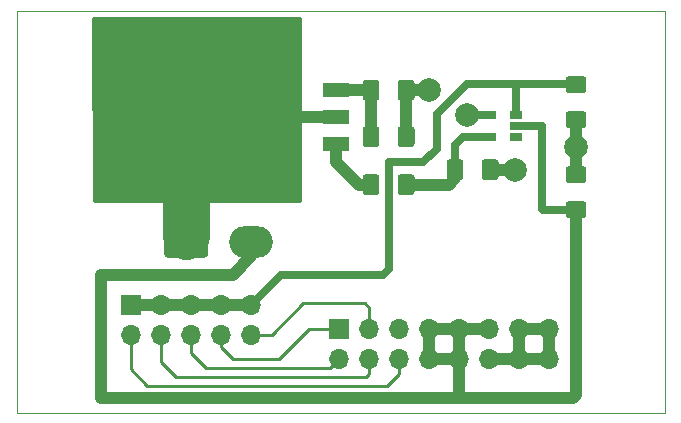
<source format=gbr>
G04 #@! TF.GenerationSoftware,KiCad,Pcbnew,5.1.6-c6e7f7d~86~ubuntu18.04.1*
G04 #@! TF.CreationDate,2020-06-27T17:21:00+01:00*
G04 #@! TF.ProjectId,UV_LED_Driver,55565f4c-4544-45f4-9472-697665722e6b,rev?*
G04 #@! TF.SameCoordinates,Original*
G04 #@! TF.FileFunction,Copper,L1,Top*
G04 #@! TF.FilePolarity,Positive*
%FSLAX46Y46*%
G04 Gerber Fmt 4.6, Leading zero omitted, Abs format (unit mm)*
G04 Created by KiCad (PCBNEW 5.1.6-c6e7f7d~86~ubuntu18.04.1) date 2020-06-27 17:21:00*
%MOMM*%
%LPD*%
G01*
G04 APERTURE LIST*
G04 #@! TA.AperFunction,Profile*
%ADD10C,0.050000*%
G04 #@! TD*
G04 #@! TA.AperFunction,ComponentPad*
%ADD11O,3.700000X2.700000*%
G04 #@! TD*
G04 #@! TA.AperFunction,SMDPad,CuDef*
%ADD12R,1.060000X0.650000*%
G04 #@! TD*
G04 #@! TA.AperFunction,SMDPad,CuDef*
%ADD13R,6.400000X5.800000*%
G04 #@! TD*
G04 #@! TA.AperFunction,SMDPad,CuDef*
%ADD14R,2.200000X1.200000*%
G04 #@! TD*
G04 #@! TA.AperFunction,ComponentPad*
%ADD15O,1.700000X1.700000*%
G04 #@! TD*
G04 #@! TA.AperFunction,ComponentPad*
%ADD16R,1.700000X1.700000*%
G04 #@! TD*
G04 #@! TA.AperFunction,ViaPad*
%ADD17C,0.800000*%
G04 #@! TD*
G04 #@! TA.AperFunction,ViaPad*
%ADD18C,2.000000*%
G04 #@! TD*
G04 #@! TA.AperFunction,Conductor*
%ADD19C,1.000000*%
G04 #@! TD*
G04 #@! TA.AperFunction,Conductor*
%ADD20C,4.000000*%
G04 #@! TD*
G04 #@! TA.AperFunction,Conductor*
%ADD21C,0.650000*%
G04 #@! TD*
G04 #@! TA.AperFunction,Conductor*
%ADD22C,0.250000*%
G04 #@! TD*
G04 #@! TA.AperFunction,Conductor*
%ADD23C,0.254000*%
G04 #@! TD*
G04 APERTURE END LIST*
D10*
X203200000Y-58420000D02*
X203200000Y-92456000D01*
X148336000Y-58420000D02*
X203200000Y-58420000D01*
X148336000Y-92456000D02*
X148336000Y-58420000D01*
X203200000Y-92456000D02*
X148336000Y-92456000D01*
D11*
X168212400Y-77978000D03*
G04 #@! TA.AperFunction,ComponentPad*
G36*
G01*
X161112401Y-76628000D02*
X164312399Y-76628000D01*
G75*
G02*
X164562400Y-76878001I0J-250001D01*
G01*
X164562400Y-79077999D01*
G75*
G02*
X164312399Y-79328000I-250001J0D01*
G01*
X161112401Y-79328000D01*
G75*
G02*
X160862400Y-79077999I0J250001D01*
G01*
X160862400Y-76878001D01*
G75*
G02*
X161112401Y-76628000I250001J0D01*
G01*
G37*
G04 #@! TD.AperFunction*
D12*
X188384000Y-69149000D03*
X188384000Y-67249000D03*
X190584000Y-67249000D03*
X190584000Y-68199000D03*
X190584000Y-69149000D03*
G04 #@! TA.AperFunction,SMDPad,CuDef*
G36*
G01*
X180607000Y-69713000D02*
X180607000Y-68463000D01*
G75*
G02*
X180857000Y-68213000I250000J0D01*
G01*
X181782000Y-68213000D01*
G75*
G02*
X182032000Y-68463000I0J-250000D01*
G01*
X182032000Y-69713000D01*
G75*
G02*
X181782000Y-69963000I-250000J0D01*
G01*
X180857000Y-69963000D01*
G75*
G02*
X180607000Y-69713000I0J250000D01*
G01*
G37*
G04 #@! TD.AperFunction*
G04 #@! TA.AperFunction,SMDPad,CuDef*
G36*
G01*
X177632000Y-69713000D02*
X177632000Y-68463000D01*
G75*
G02*
X177882000Y-68213000I250000J0D01*
G01*
X178807000Y-68213000D01*
G75*
G02*
X179057000Y-68463000I0J-250000D01*
G01*
X179057000Y-69713000D01*
G75*
G02*
X178807000Y-69963000I-250000J0D01*
G01*
X177882000Y-69963000D01*
G75*
G02*
X177632000Y-69713000I0J250000D01*
G01*
G37*
G04 #@! TD.AperFunction*
G04 #@! TA.AperFunction,SMDPad,CuDef*
G36*
G01*
X180607000Y-65776000D02*
X180607000Y-64526000D01*
G75*
G02*
X180857000Y-64276000I250000J0D01*
G01*
X181782000Y-64276000D01*
G75*
G02*
X182032000Y-64526000I0J-250000D01*
G01*
X182032000Y-65776000D01*
G75*
G02*
X181782000Y-66026000I-250000J0D01*
G01*
X180857000Y-66026000D01*
G75*
G02*
X180607000Y-65776000I0J250000D01*
G01*
G37*
G04 #@! TD.AperFunction*
G04 #@! TA.AperFunction,SMDPad,CuDef*
G36*
G01*
X177632000Y-65776000D02*
X177632000Y-64526000D01*
G75*
G02*
X177882000Y-64276000I250000J0D01*
G01*
X178807000Y-64276000D01*
G75*
G02*
X179057000Y-64526000I0J-250000D01*
G01*
X179057000Y-65776000D01*
G75*
G02*
X178807000Y-66026000I-250000J0D01*
G01*
X177882000Y-66026000D01*
G75*
G02*
X177632000Y-65776000I0J250000D01*
G01*
G37*
G04 #@! TD.AperFunction*
G04 #@! TA.AperFunction,SMDPad,CuDef*
G36*
G01*
X180607000Y-73777000D02*
X180607000Y-72527000D01*
G75*
G02*
X180857000Y-72277000I250000J0D01*
G01*
X181782000Y-72277000D01*
G75*
G02*
X182032000Y-72527000I0J-250000D01*
G01*
X182032000Y-73777000D01*
G75*
G02*
X181782000Y-74027000I-250000J0D01*
G01*
X180857000Y-74027000D01*
G75*
G02*
X180607000Y-73777000I0J250000D01*
G01*
G37*
G04 #@! TD.AperFunction*
G04 #@! TA.AperFunction,SMDPad,CuDef*
G36*
G01*
X177632000Y-73777000D02*
X177632000Y-72527000D01*
G75*
G02*
X177882000Y-72277000I250000J0D01*
G01*
X178807000Y-72277000D01*
G75*
G02*
X179057000Y-72527000I0J-250000D01*
G01*
X179057000Y-73777000D01*
G75*
G02*
X178807000Y-74027000I-250000J0D01*
G01*
X177882000Y-74027000D01*
G75*
G02*
X177632000Y-73777000I0J250000D01*
G01*
G37*
G04 #@! TD.AperFunction*
D13*
X169096000Y-67437000D03*
D14*
X175396000Y-65157000D03*
X175396000Y-67437000D03*
X175396000Y-69717000D03*
D15*
X168148000Y-85852000D03*
X168148000Y-83312000D03*
X165608000Y-85852000D03*
X165608000Y-83312000D03*
X163068000Y-85852000D03*
X163068000Y-83312000D03*
X160528000Y-85852000D03*
X160528000Y-83312000D03*
X157988000Y-85852000D03*
D16*
X157988000Y-83312000D03*
D15*
X193421000Y-87884000D03*
X193421000Y-85344000D03*
X190881000Y-87884000D03*
X190881000Y-85344000D03*
X188341000Y-87884000D03*
X188341000Y-85344000D03*
X185801000Y-87884000D03*
X185801000Y-85344000D03*
X183261000Y-87884000D03*
X183261000Y-85344000D03*
X180721000Y-87884000D03*
X180721000Y-85344000D03*
X178181000Y-87884000D03*
X178181000Y-85344000D03*
X175641000Y-87884000D03*
D16*
X175641000Y-85344000D03*
G04 #@! TA.AperFunction,SMDPad,CuDef*
G36*
G01*
X187719000Y-72507000D02*
X187719000Y-71257000D01*
G75*
G02*
X187969000Y-71007000I250000J0D01*
G01*
X188894000Y-71007000D01*
G75*
G02*
X189144000Y-71257000I0J-250000D01*
G01*
X189144000Y-72507000D01*
G75*
G02*
X188894000Y-72757000I-250000J0D01*
G01*
X187969000Y-72757000D01*
G75*
G02*
X187719000Y-72507000I0J250000D01*
G01*
G37*
G04 #@! TD.AperFunction*
G04 #@! TA.AperFunction,SMDPad,CuDef*
G36*
G01*
X184744000Y-72507000D02*
X184744000Y-71257000D01*
G75*
G02*
X184994000Y-71007000I250000J0D01*
G01*
X185919000Y-71007000D01*
G75*
G02*
X186169000Y-71257000I0J-250000D01*
G01*
X186169000Y-72507000D01*
G75*
G02*
X185919000Y-72757000I-250000J0D01*
G01*
X184994000Y-72757000D01*
G75*
G02*
X184744000Y-72507000I0J250000D01*
G01*
G37*
G04 #@! TD.AperFunction*
G04 #@! TA.AperFunction,SMDPad,CuDef*
G36*
G01*
X196332000Y-73012000D02*
X195082000Y-73012000D01*
G75*
G02*
X194832000Y-72762000I0J250000D01*
G01*
X194832000Y-71837000D01*
G75*
G02*
X195082000Y-71587000I250000J0D01*
G01*
X196332000Y-71587000D01*
G75*
G02*
X196582000Y-71837000I0J-250000D01*
G01*
X196582000Y-72762000D01*
G75*
G02*
X196332000Y-73012000I-250000J0D01*
G01*
G37*
G04 #@! TD.AperFunction*
G04 #@! TA.AperFunction,SMDPad,CuDef*
G36*
G01*
X196332000Y-75987000D02*
X195082000Y-75987000D01*
G75*
G02*
X194832000Y-75737000I0J250000D01*
G01*
X194832000Y-74812000D01*
G75*
G02*
X195082000Y-74562000I250000J0D01*
G01*
X196332000Y-74562000D01*
G75*
G02*
X196582000Y-74812000I0J-250000D01*
G01*
X196582000Y-75737000D01*
G75*
G02*
X196332000Y-75987000I-250000J0D01*
G01*
G37*
G04 #@! TD.AperFunction*
G04 #@! TA.AperFunction,SMDPad,CuDef*
G36*
G01*
X196332000Y-65392000D02*
X195082000Y-65392000D01*
G75*
G02*
X194832000Y-65142000I0J250000D01*
G01*
X194832000Y-64217000D01*
G75*
G02*
X195082000Y-63967000I250000J0D01*
G01*
X196332000Y-63967000D01*
G75*
G02*
X196582000Y-64217000I0J-250000D01*
G01*
X196582000Y-65142000D01*
G75*
G02*
X196332000Y-65392000I-250000J0D01*
G01*
G37*
G04 #@! TD.AperFunction*
G04 #@! TA.AperFunction,SMDPad,CuDef*
G36*
G01*
X196332000Y-68367000D02*
X195082000Y-68367000D01*
G75*
G02*
X194832000Y-68117000I0J250000D01*
G01*
X194832000Y-67192000D01*
G75*
G02*
X195082000Y-66942000I250000J0D01*
G01*
X196332000Y-66942000D01*
G75*
G02*
X196582000Y-67192000I0J-250000D01*
G01*
X196582000Y-68117000D01*
G75*
G02*
X196332000Y-68367000I-250000J0D01*
G01*
G37*
G04 #@! TD.AperFunction*
D17*
X166116000Y-72898000D03*
X163576000Y-72898000D03*
X161036000Y-72898000D03*
X158496000Y-72898000D03*
X155956000Y-72898000D03*
X163576000Y-70358000D03*
X161036000Y-70358000D03*
X158496000Y-70358000D03*
X155956000Y-70358000D03*
X163576000Y-67818000D03*
X161036000Y-67818000D03*
X158496000Y-67818000D03*
X155956000Y-67818000D03*
X163576000Y-65278000D03*
X161036000Y-65278000D03*
X158496000Y-65278000D03*
X155956000Y-65278000D03*
X170942000Y-72898000D03*
X168402000Y-72898000D03*
X168402000Y-62738000D03*
X155956000Y-62738000D03*
X170942000Y-62738000D03*
X166116000Y-62738000D03*
X158496000Y-62738000D03*
X161036000Y-62738000D03*
X163576000Y-62738000D03*
X161036000Y-60198000D03*
X168402000Y-60198000D03*
X163576000Y-60198000D03*
X170942000Y-60198000D03*
X166116000Y-60198000D03*
X158496000Y-60198000D03*
X155956000Y-60198000D03*
D18*
X190500000Y-71882000D03*
X195707000Y-69977000D03*
X183261000Y-65151000D03*
X186499500Y-67246500D03*
D19*
X175641000Y-67437000D02*
X167436000Y-67437000D01*
D20*
X162712400Y-77520800D02*
X162712400Y-74015600D01*
D19*
X168148000Y-83312000D02*
X157988000Y-83312000D01*
D21*
X195707000Y-64679500D02*
X195199000Y-64679500D01*
X195670500Y-64643000D02*
X195707000Y-64679500D01*
X190627000Y-64643000D02*
X195670500Y-64643000D01*
X170688000Y-80772000D02*
X168148000Y-83312000D01*
X179324000Y-80772000D02*
X170688000Y-80772000D01*
X179832000Y-80264000D02*
X179324000Y-80772000D01*
X179832000Y-71247000D02*
X179832000Y-80264000D01*
X182753000Y-71247000D02*
X179832000Y-71247000D01*
X190584000Y-64727000D02*
X190500000Y-64643000D01*
X183896000Y-67183000D02*
X183896000Y-70104000D01*
X190584000Y-67249000D02*
X190584000Y-64727000D01*
X190500000Y-64643000D02*
X186436000Y-64643000D01*
X183896000Y-70104000D02*
X182753000Y-71247000D01*
X186436000Y-64643000D02*
X183896000Y-67183000D01*
D19*
X193421000Y-85344000D02*
X193421000Y-87884000D01*
X193421000Y-87884000D02*
X188341000Y-87884000D01*
X190881000Y-85344000D02*
X190881000Y-87884000D01*
X190881000Y-85344000D02*
X193421000Y-85344000D01*
X188431500Y-71882000D02*
X190500000Y-71882000D01*
X195707000Y-67654500D02*
X195707000Y-69977000D01*
X195707000Y-72299500D02*
X195707000Y-69977000D01*
X183261000Y-65151000D02*
X181319500Y-65151000D01*
X181319500Y-69088000D02*
X181319500Y-65151000D01*
D21*
X186502000Y-67249000D02*
X188384000Y-67249000D01*
X186499500Y-67246500D02*
X186502000Y-67249000D01*
D19*
X188341000Y-85344000D02*
X184531000Y-85344000D01*
X183261000Y-85344000D02*
X185801000Y-85344000D01*
X183261000Y-85344000D02*
X183261000Y-87884000D01*
X183261000Y-87884000D02*
X185801000Y-87884000D01*
X185801000Y-87884000D02*
X185801000Y-85344000D01*
X188341000Y-85344000D02*
X185801000Y-85344000D01*
X185801000Y-87884000D02*
X185801000Y-91186000D01*
X195707000Y-75274500D02*
X195199000Y-75274500D01*
D21*
X192786000Y-68199000D02*
X190584000Y-68199000D01*
X195707000Y-75274500D02*
X192876500Y-75274500D01*
X192786000Y-75184000D02*
X192786000Y-68199000D01*
X192876500Y-75274500D02*
X192786000Y-75184000D01*
D19*
X168212400Y-79183600D02*
X166624000Y-80772000D01*
X155448000Y-80772000D02*
X155448000Y-91186000D01*
X168212400Y-77978000D02*
X168212400Y-79183600D01*
X166624000Y-80772000D02*
X155448000Y-80772000D01*
X155448000Y-91186000D02*
X195453000Y-91186000D01*
X195707000Y-90932000D02*
X195707000Y-75274500D01*
X195453000Y-91186000D02*
X195707000Y-90932000D01*
D21*
X185463000Y-71875500D02*
X185456500Y-71882000D01*
D19*
X184912000Y-73152000D02*
X181319500Y-73152000D01*
X185456500Y-71882000D02*
X185456500Y-72607500D01*
X185456500Y-72607500D02*
X184912000Y-73152000D01*
D21*
X185456500Y-69813500D02*
X185456500Y-71882000D01*
X188384000Y-69149000D02*
X186121000Y-69149000D01*
X186121000Y-69149000D02*
X185456500Y-69813500D01*
D22*
X180721000Y-87884000D02*
X180721000Y-89154000D01*
X180721000Y-89154000D02*
X179705000Y-90170000D01*
X179705000Y-90170000D02*
X159385000Y-90170000D01*
X157988000Y-88773000D02*
X157988000Y-85852000D01*
X159385000Y-90170000D02*
X157988000Y-88773000D01*
X161798000Y-89408000D02*
X160528000Y-88138000D01*
X160528000Y-88138000D02*
X160528000Y-85852000D01*
X177927000Y-89408000D02*
X161798000Y-89408000D01*
X178181000Y-87884000D02*
X178181000Y-89154000D01*
X178181000Y-89154000D02*
X177927000Y-89408000D01*
X174879000Y-88646000D02*
X164338000Y-88646000D01*
X175641000Y-87884000D02*
X174879000Y-88646000D01*
X163068000Y-87376000D02*
X163068000Y-85852000D01*
X164338000Y-88646000D02*
X163068000Y-87376000D01*
X165608000Y-86868000D02*
X166624000Y-87884000D01*
X165608000Y-85852000D02*
X165608000Y-86868000D01*
X166624000Y-87884000D02*
X170561000Y-87884000D01*
X170561000Y-87884000D02*
X173101000Y-85344000D01*
X173101000Y-85344000D02*
X175641000Y-85344000D01*
X178181000Y-83566000D02*
X178181000Y-85344000D01*
X172593000Y-83185000D02*
X177800000Y-83185000D01*
X168148000Y-85852000D02*
X169926000Y-85852000D01*
X177800000Y-83185000D02*
X178181000Y-83566000D01*
X169926000Y-85852000D02*
X172593000Y-83185000D01*
D19*
X175402000Y-65151000D02*
X175396000Y-65157000D01*
X178344500Y-65151000D02*
X175402000Y-65151000D01*
X178344500Y-65151000D02*
X178344500Y-69088000D01*
X178344500Y-73152000D02*
X177292000Y-73152000D01*
X175396000Y-71256000D02*
X175396000Y-69717000D01*
X177292000Y-73152000D02*
X175396000Y-71256000D01*
D23*
G36*
X172360867Y-74549000D02*
G01*
X154895192Y-74549000D01*
X154851529Y-59080000D01*
X172317204Y-59080000D01*
X172360867Y-74549000D01*
G37*
X172360867Y-74549000D02*
X154895192Y-74549000D01*
X154851529Y-59080000D01*
X172317204Y-59080000D01*
X172360867Y-74549000D01*
M02*

</source>
